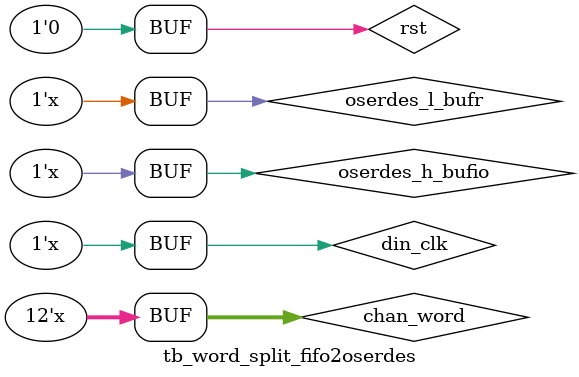
<source format=v>
`timescale 1ns / 1ps


module tb_word_split_fifo2oserdes(

);

    reg rst;
    reg din_clk;
    reg oserdes_l_bufr;
    reg oserdes_h_bufio;
    reg [11:0] chan_word;
    wire oserdes_dout;


    initial begin
        din_clk = 1'b0;
        oserdes_l_bufr = 1'b0;
        oserdes_h_bufio = 1'b0;
        chan_word = 12'b1001_0101_0110;
        rst = 1'b1;
        #200 rst = 1'b0;
    end

    always #5.050 din_clk = ~din_clk;
    always #10.1  chan_word = {chan_word[0], chan_word[11 : 1]}  ;
    always #2.525 oserdes_l_bufr = ~oserdes_l_bufr;
    always #0.842 oserdes_h_bufio = ~oserdes_h_bufio;

    word_split_fifo2oserdes word_split_fifo2oserdes_inst(
        .rst(rst),
        .din_clk(din_clk),
        .oserdes_l_bufr(oserdes_l_bufr),
        .oserdes_h_bufio(oserdes_h_bufio),
        .chan_word(chan_word),
        .oserdes_dout(oserdes_dout)

    );

endmodule

</source>
